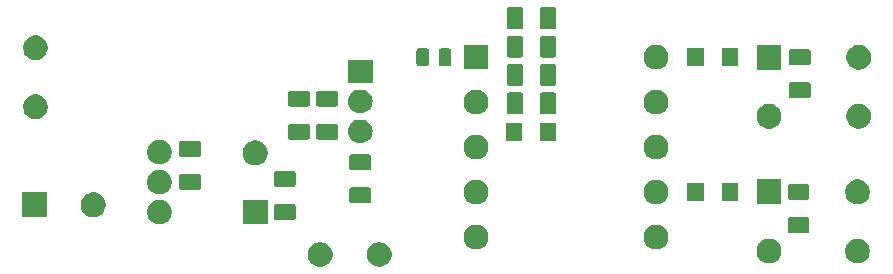
<source format=gbr>
G04 #@! TF.GenerationSoftware,KiCad,Pcbnew,5.1.5+dfsg1-2build2*
G04 #@! TF.CreationDate,2021-02-02T09:52:32+02:00*
G04 #@! TF.ProjectId,lm3488_dcdc,6c6d3334-3838-45f6-9463-64632e6b6963,rev?*
G04 #@! TF.SameCoordinates,Original*
G04 #@! TF.FileFunction,Soldermask,Bot*
G04 #@! TF.FilePolarity,Negative*
%FSLAX46Y46*%
G04 Gerber Fmt 4.6, Leading zero omitted, Abs format (unit mm)*
G04 Created by KiCad (PCBNEW 5.1.5+dfsg1-2build2) date 2021-02-02 09:52:32*
%MOMM*%
%LPD*%
G04 APERTURE LIST*
%ADD10C,0.100000*%
G04 APERTURE END LIST*
D10*
G36*
X49306564Y-36489389D02*
G01*
X49497833Y-36568615D01*
X49497835Y-36568616D01*
X49669973Y-36683635D01*
X49816365Y-36830027D01*
X49858734Y-36893436D01*
X49931385Y-37002167D01*
X50010611Y-37193436D01*
X50051000Y-37396484D01*
X50051000Y-37603516D01*
X50010611Y-37806564D01*
X49984346Y-37869973D01*
X49931384Y-37997835D01*
X49816365Y-38169973D01*
X49669973Y-38316365D01*
X49497835Y-38431384D01*
X49497834Y-38431385D01*
X49497833Y-38431385D01*
X49306564Y-38510611D01*
X49103516Y-38551000D01*
X48896484Y-38551000D01*
X48693436Y-38510611D01*
X48502167Y-38431385D01*
X48502166Y-38431385D01*
X48502165Y-38431384D01*
X48330027Y-38316365D01*
X48183635Y-38169973D01*
X48068616Y-37997835D01*
X48015654Y-37869973D01*
X47989389Y-37806564D01*
X47949000Y-37603516D01*
X47949000Y-37396484D01*
X47989389Y-37193436D01*
X48068615Y-37002167D01*
X48141267Y-36893436D01*
X48183635Y-36830027D01*
X48330027Y-36683635D01*
X48502165Y-36568616D01*
X48502167Y-36568615D01*
X48693436Y-36489389D01*
X48896484Y-36449000D01*
X49103516Y-36449000D01*
X49306564Y-36489389D01*
G37*
G36*
X44306564Y-36489389D02*
G01*
X44497833Y-36568615D01*
X44497835Y-36568616D01*
X44669973Y-36683635D01*
X44816365Y-36830027D01*
X44858734Y-36893436D01*
X44931385Y-37002167D01*
X45010611Y-37193436D01*
X45051000Y-37396484D01*
X45051000Y-37603516D01*
X45010611Y-37806564D01*
X44984346Y-37869973D01*
X44931384Y-37997835D01*
X44816365Y-38169973D01*
X44669973Y-38316365D01*
X44497835Y-38431384D01*
X44497834Y-38431385D01*
X44497833Y-38431385D01*
X44306564Y-38510611D01*
X44103516Y-38551000D01*
X43896484Y-38551000D01*
X43693436Y-38510611D01*
X43502167Y-38431385D01*
X43502166Y-38431385D01*
X43502165Y-38431384D01*
X43330027Y-38316365D01*
X43183635Y-38169973D01*
X43068616Y-37997835D01*
X43015654Y-37869973D01*
X42989389Y-37806564D01*
X42949000Y-37603516D01*
X42949000Y-37396484D01*
X42989389Y-37193436D01*
X43068615Y-37002167D01*
X43141267Y-36893436D01*
X43183635Y-36830027D01*
X43330027Y-36683635D01*
X43502165Y-36568616D01*
X43502167Y-36568615D01*
X43693436Y-36489389D01*
X43896484Y-36449000D01*
X44103516Y-36449000D01*
X44306564Y-36489389D01*
G37*
G36*
X82306564Y-36189389D02*
G01*
X82497833Y-36268615D01*
X82497835Y-36268616D01*
X82669973Y-36383635D01*
X82816365Y-36530027D01*
X82923238Y-36689973D01*
X82931385Y-36702167D01*
X83010611Y-36893436D01*
X83051000Y-37096484D01*
X83051000Y-37303516D01*
X83010611Y-37506564D01*
X82970453Y-37603514D01*
X82931384Y-37697835D01*
X82816365Y-37869973D01*
X82669973Y-38016365D01*
X82497835Y-38131384D01*
X82497834Y-38131385D01*
X82497833Y-38131385D01*
X82306564Y-38210611D01*
X82103516Y-38251000D01*
X81896484Y-38251000D01*
X81693436Y-38210611D01*
X81502167Y-38131385D01*
X81502166Y-38131385D01*
X81502165Y-38131384D01*
X81330027Y-38016365D01*
X81183635Y-37869973D01*
X81068616Y-37697835D01*
X81029547Y-37603514D01*
X80989389Y-37506564D01*
X80949000Y-37303516D01*
X80949000Y-37096484D01*
X80989389Y-36893436D01*
X81068615Y-36702167D01*
X81076763Y-36689973D01*
X81183635Y-36530027D01*
X81330027Y-36383635D01*
X81502165Y-36268616D01*
X81502167Y-36268615D01*
X81693436Y-36189389D01*
X81896484Y-36149000D01*
X82103516Y-36149000D01*
X82306564Y-36189389D01*
G37*
G36*
X89806564Y-36189389D02*
G01*
X89997833Y-36268615D01*
X89997835Y-36268616D01*
X90169973Y-36383635D01*
X90316365Y-36530027D01*
X90423238Y-36689973D01*
X90431385Y-36702167D01*
X90510611Y-36893436D01*
X90551000Y-37096484D01*
X90551000Y-37303516D01*
X90510611Y-37506564D01*
X90470453Y-37603514D01*
X90431384Y-37697835D01*
X90316365Y-37869973D01*
X90169973Y-38016365D01*
X89997835Y-38131384D01*
X89997834Y-38131385D01*
X89997833Y-38131385D01*
X89806564Y-38210611D01*
X89603516Y-38251000D01*
X89396484Y-38251000D01*
X89193436Y-38210611D01*
X89002167Y-38131385D01*
X89002166Y-38131385D01*
X89002165Y-38131384D01*
X88830027Y-38016365D01*
X88683635Y-37869973D01*
X88568616Y-37697835D01*
X88529547Y-37603514D01*
X88489389Y-37506564D01*
X88449000Y-37303516D01*
X88449000Y-37096484D01*
X88489389Y-36893436D01*
X88568615Y-36702167D01*
X88576763Y-36689973D01*
X88683635Y-36530027D01*
X88830027Y-36383635D01*
X89002165Y-36268616D01*
X89002167Y-36268615D01*
X89193436Y-36189389D01*
X89396484Y-36149000D01*
X89603516Y-36149000D01*
X89806564Y-36189389D01*
G37*
G36*
X72746564Y-35009389D02*
G01*
X72937833Y-35088615D01*
X72937835Y-35088616D01*
X73109973Y-35203635D01*
X73256365Y-35350027D01*
X73369005Y-35518604D01*
X73371385Y-35522167D01*
X73450611Y-35713436D01*
X73491000Y-35916484D01*
X73491000Y-36123516D01*
X73450611Y-36326564D01*
X73426971Y-36383635D01*
X73371384Y-36517835D01*
X73256365Y-36689973D01*
X73109973Y-36836365D01*
X72937835Y-36951384D01*
X72937834Y-36951385D01*
X72937833Y-36951385D01*
X72746564Y-37030611D01*
X72543516Y-37071000D01*
X72336484Y-37071000D01*
X72133436Y-37030611D01*
X71942167Y-36951385D01*
X71942166Y-36951385D01*
X71942165Y-36951384D01*
X71770027Y-36836365D01*
X71623635Y-36689973D01*
X71508616Y-36517835D01*
X71453029Y-36383635D01*
X71429389Y-36326564D01*
X71389000Y-36123516D01*
X71389000Y-35916484D01*
X71429389Y-35713436D01*
X71508615Y-35522167D01*
X71510996Y-35518604D01*
X71623635Y-35350027D01*
X71770027Y-35203635D01*
X71942165Y-35088616D01*
X71942167Y-35088615D01*
X72133436Y-35009389D01*
X72336484Y-34969000D01*
X72543516Y-34969000D01*
X72746564Y-35009389D01*
G37*
G36*
X57506564Y-35009389D02*
G01*
X57697833Y-35088615D01*
X57697835Y-35088616D01*
X57869973Y-35203635D01*
X58016365Y-35350027D01*
X58129005Y-35518604D01*
X58131385Y-35522167D01*
X58210611Y-35713436D01*
X58251000Y-35916484D01*
X58251000Y-36123516D01*
X58210611Y-36326564D01*
X58186971Y-36383635D01*
X58131384Y-36517835D01*
X58016365Y-36689973D01*
X57869973Y-36836365D01*
X57697835Y-36951384D01*
X57697834Y-36951385D01*
X57697833Y-36951385D01*
X57506564Y-37030611D01*
X57303516Y-37071000D01*
X57096484Y-37071000D01*
X56893436Y-37030611D01*
X56702167Y-36951385D01*
X56702166Y-36951385D01*
X56702165Y-36951384D01*
X56530027Y-36836365D01*
X56383635Y-36689973D01*
X56268616Y-36517835D01*
X56213029Y-36383635D01*
X56189389Y-36326564D01*
X56149000Y-36123516D01*
X56149000Y-35916484D01*
X56189389Y-35713436D01*
X56268615Y-35522167D01*
X56270996Y-35518604D01*
X56383635Y-35350027D01*
X56530027Y-35203635D01*
X56702165Y-35088616D01*
X56702167Y-35088615D01*
X56893436Y-35009389D01*
X57096484Y-34969000D01*
X57303516Y-34969000D01*
X57506564Y-35009389D01*
G37*
G36*
X85268604Y-34328347D02*
G01*
X85305144Y-34339432D01*
X85338821Y-34357433D01*
X85368341Y-34381659D01*
X85392567Y-34411179D01*
X85410568Y-34444856D01*
X85421653Y-34481396D01*
X85426000Y-34525538D01*
X85426000Y-35474462D01*
X85421653Y-35518604D01*
X85410568Y-35555144D01*
X85392567Y-35588821D01*
X85368341Y-35618341D01*
X85338821Y-35642567D01*
X85305144Y-35660568D01*
X85268604Y-35671653D01*
X85224462Y-35676000D01*
X83775538Y-35676000D01*
X83731396Y-35671653D01*
X83694856Y-35660568D01*
X83661179Y-35642567D01*
X83631659Y-35618341D01*
X83607433Y-35588821D01*
X83589432Y-35555144D01*
X83578347Y-35518604D01*
X83574000Y-35474462D01*
X83574000Y-34525538D01*
X83578347Y-34481396D01*
X83589432Y-34444856D01*
X83607433Y-34411179D01*
X83631659Y-34381659D01*
X83661179Y-34357433D01*
X83694856Y-34339432D01*
X83731396Y-34328347D01*
X83775538Y-34324000D01*
X85224462Y-34324000D01*
X85268604Y-34328347D01*
G37*
G36*
X39551000Y-34951000D02*
G01*
X37449000Y-34951000D01*
X37449000Y-32849000D01*
X39551000Y-32849000D01*
X39551000Y-34951000D01*
G37*
G36*
X30706564Y-32889389D02*
G01*
X30897833Y-32968615D01*
X30897835Y-32968616D01*
X31069973Y-33083635D01*
X31216365Y-33230027D01*
X31323872Y-33390922D01*
X31331385Y-33402167D01*
X31410611Y-33593436D01*
X31451000Y-33796484D01*
X31451000Y-34003516D01*
X31410611Y-34206564D01*
X31338084Y-34381659D01*
X31331384Y-34397835D01*
X31216365Y-34569973D01*
X31069973Y-34716365D01*
X30897835Y-34831384D01*
X30897834Y-34831385D01*
X30897833Y-34831385D01*
X30706564Y-34910611D01*
X30503516Y-34951000D01*
X30296484Y-34951000D01*
X30093436Y-34910611D01*
X29902167Y-34831385D01*
X29902166Y-34831385D01*
X29902165Y-34831384D01*
X29730027Y-34716365D01*
X29583635Y-34569973D01*
X29468616Y-34397835D01*
X29461916Y-34381659D01*
X29389389Y-34206564D01*
X29349000Y-34003516D01*
X29349000Y-33796484D01*
X29389389Y-33593436D01*
X29468615Y-33402167D01*
X29476129Y-33390922D01*
X29583635Y-33230027D01*
X29730027Y-33083635D01*
X29902165Y-32968616D01*
X29902167Y-32968615D01*
X30093436Y-32889389D01*
X30296484Y-32849000D01*
X30503516Y-32849000D01*
X30706564Y-32889389D01*
G37*
G36*
X41768604Y-33228347D02*
G01*
X41805144Y-33239432D01*
X41838821Y-33257433D01*
X41868341Y-33281659D01*
X41892567Y-33311179D01*
X41910568Y-33344856D01*
X41921653Y-33381396D01*
X41926000Y-33425538D01*
X41926000Y-34374462D01*
X41921653Y-34418604D01*
X41910568Y-34455144D01*
X41892567Y-34488821D01*
X41868341Y-34518341D01*
X41838821Y-34542567D01*
X41805144Y-34560568D01*
X41768604Y-34571653D01*
X41724462Y-34576000D01*
X40275538Y-34576000D01*
X40231396Y-34571653D01*
X40194856Y-34560568D01*
X40161179Y-34542567D01*
X40131659Y-34518341D01*
X40107433Y-34488821D01*
X40089432Y-34455144D01*
X40078347Y-34418604D01*
X40074000Y-34374462D01*
X40074000Y-33425538D01*
X40078347Y-33381396D01*
X40089432Y-33344856D01*
X40107433Y-33311179D01*
X40131659Y-33281659D01*
X40161179Y-33257433D01*
X40194856Y-33239432D01*
X40231396Y-33228347D01*
X40275538Y-33224000D01*
X41724462Y-33224000D01*
X41768604Y-33228347D01*
G37*
G36*
X20851000Y-34351000D02*
G01*
X18749000Y-34351000D01*
X18749000Y-32249000D01*
X20851000Y-32249000D01*
X20851000Y-34351000D01*
G37*
G36*
X25106564Y-32289389D02*
G01*
X25297833Y-32368615D01*
X25297835Y-32368616D01*
X25469973Y-32483635D01*
X25616365Y-32630027D01*
X25727801Y-32796802D01*
X25731385Y-32802167D01*
X25810611Y-32993436D01*
X25851000Y-33196484D01*
X25851000Y-33403516D01*
X25810611Y-33606564D01*
X25731944Y-33796484D01*
X25731384Y-33797835D01*
X25616365Y-33969973D01*
X25469973Y-34116365D01*
X25297835Y-34231384D01*
X25297834Y-34231385D01*
X25297833Y-34231385D01*
X25106564Y-34310611D01*
X24903516Y-34351000D01*
X24696484Y-34351000D01*
X24493436Y-34310611D01*
X24302167Y-34231385D01*
X24302166Y-34231385D01*
X24302165Y-34231384D01*
X24130027Y-34116365D01*
X23983635Y-33969973D01*
X23868616Y-33797835D01*
X23868056Y-33796484D01*
X23789389Y-33606564D01*
X23749000Y-33403516D01*
X23749000Y-33196484D01*
X23789389Y-32993436D01*
X23868615Y-32802167D01*
X23872200Y-32796802D01*
X23983635Y-32630027D01*
X24130027Y-32483635D01*
X24302165Y-32368616D01*
X24302167Y-32368615D01*
X24493436Y-32289389D01*
X24696484Y-32249000D01*
X24903516Y-32249000D01*
X25106564Y-32289389D01*
G37*
G36*
X57506564Y-31199389D02*
G01*
X57673693Y-31268616D01*
X57697835Y-31278616D01*
X57869973Y-31393635D01*
X58016365Y-31540027D01*
X58124704Y-31702167D01*
X58131385Y-31712167D01*
X58210611Y-31903436D01*
X58251000Y-32106484D01*
X58251000Y-32313516D01*
X58210611Y-32516564D01*
X58135527Y-32697833D01*
X58131384Y-32707835D01*
X58016365Y-32879973D01*
X57869973Y-33026365D01*
X57697835Y-33141384D01*
X57697834Y-33141385D01*
X57697833Y-33141385D01*
X57506564Y-33220611D01*
X57303516Y-33261000D01*
X57096484Y-33261000D01*
X56893436Y-33220611D01*
X56702167Y-33141385D01*
X56702166Y-33141385D01*
X56702165Y-33141384D01*
X56530027Y-33026365D01*
X56383635Y-32879973D01*
X56268616Y-32707835D01*
X56264473Y-32697833D01*
X56189389Y-32516564D01*
X56149000Y-32313516D01*
X56149000Y-32106484D01*
X56189389Y-31903436D01*
X56268615Y-31712167D01*
X56275297Y-31702167D01*
X56383635Y-31540027D01*
X56530027Y-31393635D01*
X56702165Y-31278616D01*
X56726307Y-31268616D01*
X56893436Y-31199389D01*
X57096484Y-31159000D01*
X57303516Y-31159000D01*
X57506564Y-31199389D01*
G37*
G36*
X72746564Y-31199389D02*
G01*
X72913693Y-31268616D01*
X72937835Y-31278616D01*
X73109973Y-31393635D01*
X73256365Y-31540027D01*
X73364704Y-31702167D01*
X73371385Y-31712167D01*
X73450611Y-31903436D01*
X73491000Y-32106484D01*
X73491000Y-32313516D01*
X73450611Y-32516564D01*
X73375527Y-32697833D01*
X73371384Y-32707835D01*
X73256365Y-32879973D01*
X73109973Y-33026365D01*
X72937835Y-33141384D01*
X72937834Y-33141385D01*
X72937833Y-33141385D01*
X72746564Y-33220611D01*
X72543516Y-33261000D01*
X72336484Y-33261000D01*
X72133436Y-33220611D01*
X71942167Y-33141385D01*
X71942166Y-33141385D01*
X71942165Y-33141384D01*
X71770027Y-33026365D01*
X71623635Y-32879973D01*
X71508616Y-32707835D01*
X71504473Y-32697833D01*
X71429389Y-32516564D01*
X71389000Y-32313516D01*
X71389000Y-32106484D01*
X71429389Y-31903436D01*
X71508615Y-31712167D01*
X71515297Y-31702167D01*
X71623635Y-31540027D01*
X71770027Y-31393635D01*
X71942165Y-31278616D01*
X71966307Y-31268616D01*
X72133436Y-31199389D01*
X72336484Y-31159000D01*
X72543516Y-31159000D01*
X72746564Y-31199389D01*
G37*
G36*
X89806564Y-31189389D02*
G01*
X89997833Y-31268615D01*
X89997835Y-31268616D01*
X90169973Y-31383635D01*
X90316365Y-31530027D01*
X90427801Y-31696802D01*
X90431385Y-31702167D01*
X90510611Y-31893436D01*
X90551000Y-32096484D01*
X90551000Y-32303516D01*
X90510611Y-32506564D01*
X90431385Y-32697833D01*
X90431384Y-32697835D01*
X90316365Y-32869973D01*
X90169973Y-33016365D01*
X89997835Y-33131384D01*
X89997834Y-33131385D01*
X89997833Y-33131385D01*
X89806564Y-33210611D01*
X89603516Y-33251000D01*
X89396484Y-33251000D01*
X89193436Y-33210611D01*
X89002167Y-33131385D01*
X89002166Y-33131385D01*
X89002165Y-33131384D01*
X88830027Y-33016365D01*
X88683635Y-32869973D01*
X88568616Y-32697835D01*
X88568615Y-32697833D01*
X88489389Y-32506564D01*
X88449000Y-32303516D01*
X88449000Y-32096484D01*
X88489389Y-31893436D01*
X88568615Y-31702167D01*
X88572200Y-31696802D01*
X88683635Y-31530027D01*
X88830027Y-31383635D01*
X89002165Y-31268616D01*
X89002167Y-31268615D01*
X89193436Y-31189389D01*
X89396484Y-31149000D01*
X89603516Y-31149000D01*
X89806564Y-31189389D01*
G37*
G36*
X83051000Y-33251000D02*
G01*
X80949000Y-33251000D01*
X80949000Y-31149000D01*
X83051000Y-31149000D01*
X83051000Y-33251000D01*
G37*
G36*
X48168604Y-31828347D02*
G01*
X48205144Y-31839432D01*
X48238821Y-31857433D01*
X48268341Y-31881659D01*
X48292567Y-31911179D01*
X48310568Y-31944856D01*
X48321653Y-31981396D01*
X48326000Y-32025538D01*
X48326000Y-32974462D01*
X48321653Y-33018604D01*
X48310568Y-33055144D01*
X48292567Y-33088821D01*
X48268341Y-33118341D01*
X48238821Y-33142567D01*
X48205144Y-33160568D01*
X48168604Y-33171653D01*
X48124462Y-33176000D01*
X46675538Y-33176000D01*
X46631396Y-33171653D01*
X46594856Y-33160568D01*
X46561179Y-33142567D01*
X46531659Y-33118341D01*
X46507433Y-33088821D01*
X46489432Y-33055144D01*
X46478347Y-33018604D01*
X46474000Y-32974462D01*
X46474000Y-32025538D01*
X46478347Y-31981396D01*
X46489432Y-31944856D01*
X46507433Y-31911179D01*
X46531659Y-31881659D01*
X46561179Y-31857433D01*
X46594856Y-31839432D01*
X46631396Y-31828347D01*
X46675538Y-31824000D01*
X48124462Y-31824000D01*
X48168604Y-31828347D01*
G37*
G36*
X79401000Y-32951000D02*
G01*
X77999000Y-32951000D01*
X77999000Y-31449000D01*
X79401000Y-31449000D01*
X79401000Y-32951000D01*
G37*
G36*
X76501000Y-32951000D02*
G01*
X75099000Y-32951000D01*
X75099000Y-31449000D01*
X76501000Y-31449000D01*
X76501000Y-32951000D01*
G37*
G36*
X85268604Y-31528347D02*
G01*
X85305144Y-31539432D01*
X85338821Y-31557433D01*
X85368341Y-31581659D01*
X85392567Y-31611179D01*
X85410568Y-31644856D01*
X85421653Y-31681396D01*
X85426000Y-31725538D01*
X85426000Y-32674462D01*
X85421653Y-32718604D01*
X85410568Y-32755144D01*
X85392567Y-32788821D01*
X85368341Y-32818341D01*
X85338821Y-32842567D01*
X85305144Y-32860568D01*
X85268604Y-32871653D01*
X85224462Y-32876000D01*
X83775538Y-32876000D01*
X83731396Y-32871653D01*
X83694856Y-32860568D01*
X83661179Y-32842567D01*
X83631659Y-32818341D01*
X83607433Y-32788821D01*
X83589432Y-32755144D01*
X83578347Y-32718604D01*
X83574000Y-32674462D01*
X83574000Y-31725538D01*
X83578347Y-31681396D01*
X83589432Y-31644856D01*
X83607433Y-31611179D01*
X83631659Y-31581659D01*
X83661179Y-31557433D01*
X83694856Y-31539432D01*
X83731396Y-31528347D01*
X83775538Y-31524000D01*
X85224462Y-31524000D01*
X85268604Y-31528347D01*
G37*
G36*
X30706564Y-30349389D02*
G01*
X30886691Y-30424000D01*
X30897835Y-30428616D01*
X31069973Y-30543635D01*
X31216365Y-30690027D01*
X31286410Y-30794856D01*
X31331385Y-30862167D01*
X31410611Y-31053436D01*
X31451000Y-31256484D01*
X31451000Y-31463516D01*
X31410611Y-31666564D01*
X31343598Y-31828347D01*
X31331384Y-31857835D01*
X31216365Y-32029973D01*
X31069973Y-32176365D01*
X30897835Y-32291384D01*
X30897834Y-32291385D01*
X30897833Y-32291385D01*
X30706564Y-32370611D01*
X30503516Y-32411000D01*
X30296484Y-32411000D01*
X30093436Y-32370611D01*
X29902167Y-32291385D01*
X29902166Y-32291385D01*
X29902165Y-32291384D01*
X29730027Y-32176365D01*
X29583635Y-32029973D01*
X29468616Y-31857835D01*
X29456402Y-31828347D01*
X29389389Y-31666564D01*
X29349000Y-31463516D01*
X29349000Y-31256484D01*
X29389389Y-31053436D01*
X29468615Y-30862167D01*
X29513591Y-30794856D01*
X29583635Y-30690027D01*
X29730027Y-30543635D01*
X29902165Y-30428616D01*
X29913309Y-30424000D01*
X30093436Y-30349389D01*
X30296484Y-30309000D01*
X30503516Y-30309000D01*
X30706564Y-30349389D01*
G37*
G36*
X33768604Y-30678347D02*
G01*
X33805144Y-30689432D01*
X33838821Y-30707433D01*
X33868341Y-30731659D01*
X33892567Y-30761179D01*
X33910568Y-30794856D01*
X33921653Y-30831396D01*
X33926000Y-30875538D01*
X33926000Y-31824462D01*
X33921653Y-31868604D01*
X33910568Y-31905144D01*
X33892567Y-31938821D01*
X33868341Y-31968341D01*
X33838821Y-31992567D01*
X33805144Y-32010568D01*
X33768604Y-32021653D01*
X33724462Y-32026000D01*
X32275538Y-32026000D01*
X32231396Y-32021653D01*
X32194856Y-32010568D01*
X32161179Y-31992567D01*
X32131659Y-31968341D01*
X32107433Y-31938821D01*
X32089432Y-31905144D01*
X32078347Y-31868604D01*
X32074000Y-31824462D01*
X32074000Y-30875538D01*
X32078347Y-30831396D01*
X32089432Y-30794856D01*
X32107433Y-30761179D01*
X32131659Y-30731659D01*
X32161179Y-30707433D01*
X32194856Y-30689432D01*
X32231396Y-30678347D01*
X32275538Y-30674000D01*
X33724462Y-30674000D01*
X33768604Y-30678347D01*
G37*
G36*
X41768604Y-30428347D02*
G01*
X41805144Y-30439432D01*
X41838821Y-30457433D01*
X41868341Y-30481659D01*
X41892567Y-30511179D01*
X41910568Y-30544856D01*
X41921653Y-30581396D01*
X41926000Y-30625538D01*
X41926000Y-31574462D01*
X41921653Y-31618604D01*
X41910568Y-31655144D01*
X41892567Y-31688821D01*
X41868341Y-31718341D01*
X41838821Y-31742567D01*
X41805144Y-31760568D01*
X41768604Y-31771653D01*
X41724462Y-31776000D01*
X40275538Y-31776000D01*
X40231396Y-31771653D01*
X40194856Y-31760568D01*
X40161179Y-31742567D01*
X40131659Y-31718341D01*
X40107433Y-31688821D01*
X40089432Y-31655144D01*
X40078347Y-31618604D01*
X40074000Y-31574462D01*
X40074000Y-30625538D01*
X40078347Y-30581396D01*
X40089432Y-30544856D01*
X40107433Y-30511179D01*
X40131659Y-30481659D01*
X40161179Y-30457433D01*
X40194856Y-30439432D01*
X40231396Y-30428347D01*
X40275538Y-30424000D01*
X41724462Y-30424000D01*
X41768604Y-30428347D01*
G37*
G36*
X48168604Y-29028347D02*
G01*
X48205144Y-29039432D01*
X48238821Y-29057433D01*
X48268341Y-29081659D01*
X48292567Y-29111179D01*
X48310568Y-29144856D01*
X48321653Y-29181396D01*
X48326000Y-29225538D01*
X48326000Y-30174462D01*
X48321653Y-30218604D01*
X48310568Y-30255144D01*
X48292567Y-30288821D01*
X48268341Y-30318341D01*
X48238821Y-30342567D01*
X48205144Y-30360568D01*
X48168604Y-30371653D01*
X48124462Y-30376000D01*
X46675538Y-30376000D01*
X46631396Y-30371653D01*
X46594856Y-30360568D01*
X46561179Y-30342567D01*
X46531659Y-30318341D01*
X46507433Y-30288821D01*
X46489432Y-30255144D01*
X46478347Y-30218604D01*
X46474000Y-30174462D01*
X46474000Y-29225538D01*
X46478347Y-29181396D01*
X46489432Y-29144856D01*
X46507433Y-29111179D01*
X46531659Y-29081659D01*
X46561179Y-29057433D01*
X46594856Y-29039432D01*
X46631396Y-29028347D01*
X46675538Y-29024000D01*
X48124462Y-29024000D01*
X48168604Y-29028347D01*
G37*
G36*
X38806564Y-27889389D02*
G01*
X38997833Y-27968615D01*
X38997835Y-27968616D01*
X39169973Y-28083635D01*
X39316365Y-28230027D01*
X39377930Y-28322165D01*
X39431385Y-28402167D01*
X39510611Y-28593436D01*
X39551000Y-28796484D01*
X39551000Y-29003516D01*
X39510611Y-29206564D01*
X39431385Y-29397833D01*
X39431384Y-29397835D01*
X39316365Y-29569973D01*
X39169973Y-29716365D01*
X38997835Y-29831384D01*
X38997834Y-29831385D01*
X38997833Y-29831385D01*
X38806564Y-29910611D01*
X38603516Y-29951000D01*
X38396484Y-29951000D01*
X38193436Y-29910611D01*
X38002167Y-29831385D01*
X38002166Y-29831385D01*
X38002165Y-29831384D01*
X37830027Y-29716365D01*
X37683635Y-29569973D01*
X37568616Y-29397835D01*
X37568615Y-29397833D01*
X37489389Y-29206564D01*
X37449000Y-29003516D01*
X37449000Y-28796484D01*
X37489389Y-28593436D01*
X37568615Y-28402167D01*
X37622071Y-28322165D01*
X37683635Y-28230027D01*
X37830027Y-28083635D01*
X38002165Y-27968616D01*
X38002167Y-27968615D01*
X38193436Y-27889389D01*
X38396484Y-27849000D01*
X38603516Y-27849000D01*
X38806564Y-27889389D01*
G37*
G36*
X30706564Y-27809389D02*
G01*
X30875093Y-27879196D01*
X30897835Y-27888616D01*
X30942435Y-27918417D01*
X31069973Y-28003635D01*
X31216365Y-28150027D01*
X31331385Y-28322167D01*
X31410611Y-28513436D01*
X31451000Y-28716484D01*
X31451000Y-28923516D01*
X31410611Y-29126564D01*
X31341091Y-29294400D01*
X31331384Y-29317835D01*
X31216365Y-29489973D01*
X31069973Y-29636365D01*
X30897835Y-29751384D01*
X30897834Y-29751385D01*
X30897833Y-29751385D01*
X30706564Y-29830611D01*
X30503516Y-29871000D01*
X30296484Y-29871000D01*
X30093436Y-29830611D01*
X29902167Y-29751385D01*
X29902166Y-29751385D01*
X29902165Y-29751384D01*
X29730027Y-29636365D01*
X29583635Y-29489973D01*
X29468616Y-29317835D01*
X29458909Y-29294400D01*
X29389389Y-29126564D01*
X29349000Y-28923516D01*
X29349000Y-28716484D01*
X29389389Y-28513436D01*
X29468615Y-28322167D01*
X29583635Y-28150027D01*
X29730027Y-28003635D01*
X29857565Y-27918417D01*
X29902165Y-27888616D01*
X29924907Y-27879196D01*
X30093436Y-27809389D01*
X30296484Y-27769000D01*
X30503516Y-27769000D01*
X30706564Y-27809389D01*
G37*
G36*
X57506564Y-27389389D02*
G01*
X57691237Y-27465883D01*
X57697835Y-27468616D01*
X57869973Y-27583635D01*
X58016365Y-27730027D01*
X58116037Y-27879196D01*
X58131385Y-27902167D01*
X58210611Y-28093436D01*
X58251000Y-28296484D01*
X58251000Y-28503516D01*
X58210611Y-28706564D01*
X58206501Y-28716486D01*
X58131384Y-28897835D01*
X58016365Y-29069973D01*
X57869973Y-29216365D01*
X57697835Y-29331384D01*
X57697834Y-29331385D01*
X57697833Y-29331385D01*
X57506564Y-29410611D01*
X57303516Y-29451000D01*
X57096484Y-29451000D01*
X56893436Y-29410611D01*
X56702167Y-29331385D01*
X56702166Y-29331385D01*
X56702165Y-29331384D01*
X56530027Y-29216365D01*
X56383635Y-29069973D01*
X56268616Y-28897835D01*
X56193499Y-28716486D01*
X56189389Y-28706564D01*
X56149000Y-28503516D01*
X56149000Y-28296484D01*
X56189389Y-28093436D01*
X56268615Y-27902167D01*
X56283964Y-27879196D01*
X56383635Y-27730027D01*
X56530027Y-27583635D01*
X56702165Y-27468616D01*
X56708763Y-27465883D01*
X56893436Y-27389389D01*
X57096484Y-27349000D01*
X57303516Y-27349000D01*
X57506564Y-27389389D01*
G37*
G36*
X72746564Y-27389389D02*
G01*
X72931237Y-27465883D01*
X72937835Y-27468616D01*
X73109973Y-27583635D01*
X73256365Y-27730027D01*
X73356037Y-27879196D01*
X73371385Y-27902167D01*
X73450611Y-28093436D01*
X73491000Y-28296484D01*
X73491000Y-28503516D01*
X73450611Y-28706564D01*
X73446501Y-28716486D01*
X73371384Y-28897835D01*
X73256365Y-29069973D01*
X73109973Y-29216365D01*
X72937835Y-29331384D01*
X72937834Y-29331385D01*
X72937833Y-29331385D01*
X72746564Y-29410611D01*
X72543516Y-29451000D01*
X72336484Y-29451000D01*
X72133436Y-29410611D01*
X71942167Y-29331385D01*
X71942166Y-29331385D01*
X71942165Y-29331384D01*
X71770027Y-29216365D01*
X71623635Y-29069973D01*
X71508616Y-28897835D01*
X71433499Y-28716486D01*
X71429389Y-28706564D01*
X71389000Y-28503516D01*
X71389000Y-28296484D01*
X71429389Y-28093436D01*
X71508615Y-27902167D01*
X71523964Y-27879196D01*
X71623635Y-27730027D01*
X71770027Y-27583635D01*
X71942165Y-27468616D01*
X71948763Y-27465883D01*
X72133436Y-27389389D01*
X72336484Y-27349000D01*
X72543516Y-27349000D01*
X72746564Y-27389389D01*
G37*
G36*
X33768604Y-27878347D02*
G01*
X33805144Y-27889432D01*
X33838821Y-27907433D01*
X33868341Y-27931659D01*
X33892567Y-27961179D01*
X33910568Y-27994856D01*
X33921653Y-28031396D01*
X33926000Y-28075538D01*
X33926000Y-29024462D01*
X33921653Y-29068604D01*
X33910568Y-29105144D01*
X33892567Y-29138821D01*
X33868341Y-29168341D01*
X33838821Y-29192567D01*
X33805144Y-29210568D01*
X33768604Y-29221653D01*
X33724462Y-29226000D01*
X32275538Y-29226000D01*
X32231396Y-29221653D01*
X32194856Y-29210568D01*
X32161179Y-29192567D01*
X32131659Y-29168341D01*
X32107433Y-29138821D01*
X32089432Y-29105144D01*
X32078347Y-29068604D01*
X32074000Y-29024462D01*
X32074000Y-28075538D01*
X32078347Y-28031396D01*
X32089432Y-27994856D01*
X32107433Y-27961179D01*
X32131659Y-27931659D01*
X32161179Y-27907433D01*
X32194856Y-27889432D01*
X32231396Y-27878347D01*
X32275538Y-27874000D01*
X33724462Y-27874000D01*
X33768604Y-27878347D01*
G37*
G36*
X47545936Y-26081340D02*
G01*
X47644220Y-26091020D01*
X47833381Y-26148401D01*
X48007712Y-26241583D01*
X48160515Y-26366985D01*
X48285917Y-26519788D01*
X48379099Y-26694119D01*
X48436480Y-26883280D01*
X48455855Y-27080000D01*
X48436480Y-27276720D01*
X48379099Y-27465881D01*
X48285917Y-27640212D01*
X48160515Y-27793015D01*
X48007712Y-27918417D01*
X47833381Y-28011599D01*
X47644220Y-28068980D01*
X47545936Y-28078660D01*
X47496795Y-28083500D01*
X47303205Y-28083500D01*
X47254064Y-28078660D01*
X47155780Y-28068980D01*
X46966619Y-28011599D01*
X46792288Y-27918417D01*
X46639485Y-27793015D01*
X46514083Y-27640212D01*
X46420901Y-27465881D01*
X46363520Y-27276720D01*
X46344145Y-27080000D01*
X46363520Y-26883280D01*
X46420901Y-26694119D01*
X46514083Y-26519788D01*
X46639485Y-26366985D01*
X46792288Y-26241583D01*
X46966619Y-26148401D01*
X47155780Y-26091020D01*
X47254064Y-26081340D01*
X47303205Y-26076500D01*
X47496795Y-26076500D01*
X47545936Y-26081340D01*
G37*
G36*
X61101000Y-27851000D02*
G01*
X59699000Y-27851000D01*
X59699000Y-26349000D01*
X61101000Y-26349000D01*
X61101000Y-27851000D01*
G37*
G36*
X64001000Y-27851000D02*
G01*
X62599000Y-27851000D01*
X62599000Y-26349000D01*
X64001000Y-26349000D01*
X64001000Y-27851000D01*
G37*
G36*
X45368604Y-26428347D02*
G01*
X45405144Y-26439432D01*
X45438821Y-26457433D01*
X45468341Y-26481659D01*
X45492567Y-26511179D01*
X45510568Y-26544856D01*
X45521653Y-26581396D01*
X45526000Y-26625538D01*
X45526000Y-27574462D01*
X45521653Y-27618604D01*
X45510568Y-27655144D01*
X45492567Y-27688821D01*
X45468341Y-27718341D01*
X45438821Y-27742567D01*
X45405144Y-27760568D01*
X45368604Y-27771653D01*
X45324462Y-27776000D01*
X43875538Y-27776000D01*
X43831396Y-27771653D01*
X43794856Y-27760568D01*
X43761179Y-27742567D01*
X43731659Y-27718341D01*
X43707433Y-27688821D01*
X43689432Y-27655144D01*
X43678347Y-27618604D01*
X43674000Y-27574462D01*
X43674000Y-26625538D01*
X43678347Y-26581396D01*
X43689432Y-26544856D01*
X43707433Y-26511179D01*
X43731659Y-26481659D01*
X43761179Y-26457433D01*
X43794856Y-26439432D01*
X43831396Y-26428347D01*
X43875538Y-26424000D01*
X45324462Y-26424000D01*
X45368604Y-26428347D01*
G37*
G36*
X42968604Y-26428347D02*
G01*
X43005144Y-26439432D01*
X43038821Y-26457433D01*
X43068341Y-26481659D01*
X43092567Y-26511179D01*
X43110568Y-26544856D01*
X43121653Y-26581396D01*
X43126000Y-26625538D01*
X43126000Y-27574462D01*
X43121653Y-27618604D01*
X43110568Y-27655144D01*
X43092567Y-27688821D01*
X43068341Y-27718341D01*
X43038821Y-27742567D01*
X43005144Y-27760568D01*
X42968604Y-27771653D01*
X42924462Y-27776000D01*
X41475538Y-27776000D01*
X41431396Y-27771653D01*
X41394856Y-27760568D01*
X41361179Y-27742567D01*
X41331659Y-27718341D01*
X41307433Y-27688821D01*
X41289432Y-27655144D01*
X41278347Y-27618604D01*
X41274000Y-27574462D01*
X41274000Y-26625538D01*
X41278347Y-26581396D01*
X41289432Y-26544856D01*
X41307433Y-26511179D01*
X41331659Y-26481659D01*
X41361179Y-26457433D01*
X41394856Y-26439432D01*
X41431396Y-26428347D01*
X41475538Y-26424000D01*
X42924462Y-26424000D01*
X42968604Y-26428347D01*
G37*
G36*
X89906564Y-24789389D02*
G01*
X90097833Y-24868615D01*
X90097835Y-24868616D01*
X90208510Y-24942567D01*
X90269973Y-24983635D01*
X90416365Y-25130027D01*
X90531385Y-25302167D01*
X90610611Y-25493436D01*
X90651000Y-25696484D01*
X90651000Y-25903516D01*
X90610611Y-26106564D01*
X90593281Y-26148402D01*
X90531384Y-26297835D01*
X90416365Y-26469973D01*
X90269973Y-26616365D01*
X90097835Y-26731384D01*
X90097834Y-26731385D01*
X90097833Y-26731385D01*
X89906564Y-26810611D01*
X89703516Y-26851000D01*
X89496484Y-26851000D01*
X89293436Y-26810611D01*
X89102167Y-26731385D01*
X89102166Y-26731385D01*
X89102165Y-26731384D01*
X88930027Y-26616365D01*
X88783635Y-26469973D01*
X88668616Y-26297835D01*
X88606719Y-26148402D01*
X88589389Y-26106564D01*
X88549000Y-25903516D01*
X88549000Y-25696484D01*
X88589389Y-25493436D01*
X88668615Y-25302167D01*
X88783635Y-25130027D01*
X88930027Y-24983635D01*
X88991490Y-24942567D01*
X89102165Y-24868616D01*
X89102167Y-24868615D01*
X89293436Y-24789389D01*
X89496484Y-24749000D01*
X89703516Y-24749000D01*
X89906564Y-24789389D01*
G37*
G36*
X82306564Y-24789389D02*
G01*
X82497833Y-24868615D01*
X82497835Y-24868616D01*
X82608510Y-24942567D01*
X82669973Y-24983635D01*
X82816365Y-25130027D01*
X82931385Y-25302167D01*
X83010611Y-25493436D01*
X83051000Y-25696484D01*
X83051000Y-25903516D01*
X83010611Y-26106564D01*
X82993281Y-26148402D01*
X82931384Y-26297835D01*
X82816365Y-26469973D01*
X82669973Y-26616365D01*
X82497835Y-26731384D01*
X82497834Y-26731385D01*
X82497833Y-26731385D01*
X82306564Y-26810611D01*
X82103516Y-26851000D01*
X81896484Y-26851000D01*
X81693436Y-26810611D01*
X81502167Y-26731385D01*
X81502166Y-26731385D01*
X81502165Y-26731384D01*
X81330027Y-26616365D01*
X81183635Y-26469973D01*
X81068616Y-26297835D01*
X81006719Y-26148402D01*
X80989389Y-26106564D01*
X80949000Y-25903516D01*
X80949000Y-25696484D01*
X80989389Y-25493436D01*
X81068615Y-25302167D01*
X81183635Y-25130027D01*
X81330027Y-24983635D01*
X81391490Y-24942567D01*
X81502165Y-24868616D01*
X81502167Y-24868615D01*
X81693436Y-24789389D01*
X81896484Y-24749000D01*
X82103516Y-24749000D01*
X82306564Y-24789389D01*
G37*
G36*
X20206564Y-23989389D02*
G01*
X20397833Y-24068615D01*
X20397835Y-24068616D01*
X20569973Y-24183635D01*
X20716365Y-24330027D01*
X20820908Y-24486486D01*
X20831385Y-24502167D01*
X20910611Y-24693436D01*
X20951000Y-24896484D01*
X20951000Y-25103516D01*
X20910611Y-25306564D01*
X20869272Y-25406365D01*
X20831384Y-25497835D01*
X20716365Y-25669973D01*
X20569973Y-25816365D01*
X20397835Y-25931384D01*
X20397834Y-25931385D01*
X20397833Y-25931385D01*
X20206564Y-26010611D01*
X20003516Y-26051000D01*
X19796484Y-26051000D01*
X19593436Y-26010611D01*
X19402167Y-25931385D01*
X19402166Y-25931385D01*
X19402165Y-25931384D01*
X19230027Y-25816365D01*
X19083635Y-25669973D01*
X18968616Y-25497835D01*
X18930728Y-25406365D01*
X18889389Y-25306564D01*
X18849000Y-25103516D01*
X18849000Y-24896484D01*
X18889389Y-24693436D01*
X18968615Y-24502167D01*
X18979093Y-24486486D01*
X19083635Y-24330027D01*
X19230027Y-24183635D01*
X19402165Y-24068616D01*
X19402167Y-24068615D01*
X19593436Y-23989389D01*
X19796484Y-23949000D01*
X20003516Y-23949000D01*
X20206564Y-23989389D01*
G37*
G36*
X72746564Y-23579389D02*
G01*
X72934979Y-23657433D01*
X72937835Y-23658616D01*
X73066902Y-23744856D01*
X73109973Y-23773635D01*
X73256365Y-23920027D01*
X73371385Y-24092167D01*
X73450611Y-24283436D01*
X73491000Y-24486484D01*
X73491000Y-24693516D01*
X73450611Y-24896564D01*
X73414545Y-24983635D01*
X73371384Y-25087835D01*
X73256365Y-25259973D01*
X73109973Y-25406365D01*
X72937835Y-25521384D01*
X72937834Y-25521385D01*
X72937833Y-25521385D01*
X72746564Y-25600611D01*
X72543516Y-25641000D01*
X72336484Y-25641000D01*
X72133436Y-25600611D01*
X71942167Y-25521385D01*
X71942166Y-25521385D01*
X71942165Y-25521384D01*
X71770027Y-25406365D01*
X71623635Y-25259973D01*
X71508616Y-25087835D01*
X71465455Y-24983635D01*
X71429389Y-24896564D01*
X71389000Y-24693516D01*
X71389000Y-24486484D01*
X71429389Y-24283436D01*
X71508615Y-24092167D01*
X71623635Y-23920027D01*
X71770027Y-23773635D01*
X71813098Y-23744856D01*
X71942165Y-23658616D01*
X71945021Y-23657433D01*
X72133436Y-23579389D01*
X72336484Y-23539000D01*
X72543516Y-23539000D01*
X72746564Y-23579389D01*
G37*
G36*
X57506564Y-23579389D02*
G01*
X57694979Y-23657433D01*
X57697835Y-23658616D01*
X57826902Y-23744856D01*
X57869973Y-23773635D01*
X58016365Y-23920027D01*
X58131385Y-24092167D01*
X58210611Y-24283436D01*
X58251000Y-24486484D01*
X58251000Y-24693516D01*
X58210611Y-24896564D01*
X58174545Y-24983635D01*
X58131384Y-25087835D01*
X58016365Y-25259973D01*
X57869973Y-25406365D01*
X57697835Y-25521384D01*
X57697834Y-25521385D01*
X57697833Y-25521385D01*
X57506564Y-25600611D01*
X57303516Y-25641000D01*
X57096484Y-25641000D01*
X56893436Y-25600611D01*
X56702167Y-25521385D01*
X56702166Y-25521385D01*
X56702165Y-25521384D01*
X56530027Y-25406365D01*
X56383635Y-25259973D01*
X56268616Y-25087835D01*
X56225455Y-24983635D01*
X56189389Y-24896564D01*
X56149000Y-24693516D01*
X56149000Y-24486484D01*
X56189389Y-24283436D01*
X56268615Y-24092167D01*
X56383635Y-23920027D01*
X56530027Y-23773635D01*
X56573098Y-23744856D01*
X56702165Y-23658616D01*
X56705021Y-23657433D01*
X56893436Y-23579389D01*
X57096484Y-23539000D01*
X57303516Y-23539000D01*
X57506564Y-23579389D01*
G37*
G36*
X63818604Y-23778347D02*
G01*
X63855144Y-23789432D01*
X63888821Y-23807433D01*
X63918341Y-23831659D01*
X63942567Y-23861179D01*
X63960568Y-23894856D01*
X63971653Y-23931396D01*
X63976000Y-23975538D01*
X63976000Y-25424462D01*
X63971653Y-25468604D01*
X63960568Y-25505144D01*
X63942567Y-25538821D01*
X63918341Y-25568341D01*
X63888821Y-25592567D01*
X63855144Y-25610568D01*
X63818604Y-25621653D01*
X63774462Y-25626000D01*
X62825538Y-25626000D01*
X62781396Y-25621653D01*
X62744856Y-25610568D01*
X62711179Y-25592567D01*
X62681659Y-25568341D01*
X62657433Y-25538821D01*
X62639432Y-25505144D01*
X62628347Y-25468604D01*
X62624000Y-25424462D01*
X62624000Y-23975538D01*
X62628347Y-23931396D01*
X62639432Y-23894856D01*
X62657433Y-23861179D01*
X62681659Y-23831659D01*
X62711179Y-23807433D01*
X62744856Y-23789432D01*
X62781396Y-23778347D01*
X62825538Y-23774000D01*
X63774462Y-23774000D01*
X63818604Y-23778347D01*
G37*
G36*
X61018604Y-23778347D02*
G01*
X61055144Y-23789432D01*
X61088821Y-23807433D01*
X61118341Y-23831659D01*
X61142567Y-23861179D01*
X61160568Y-23894856D01*
X61171653Y-23931396D01*
X61176000Y-23975538D01*
X61176000Y-25424462D01*
X61171653Y-25468604D01*
X61160568Y-25505144D01*
X61142567Y-25538821D01*
X61118341Y-25568341D01*
X61088821Y-25592567D01*
X61055144Y-25610568D01*
X61018604Y-25621653D01*
X60974462Y-25626000D01*
X60025538Y-25626000D01*
X59981396Y-25621653D01*
X59944856Y-25610568D01*
X59911179Y-25592567D01*
X59881659Y-25568341D01*
X59857433Y-25538821D01*
X59839432Y-25505144D01*
X59828347Y-25468604D01*
X59824000Y-25424462D01*
X59824000Y-23975538D01*
X59828347Y-23931396D01*
X59839432Y-23894856D01*
X59857433Y-23861179D01*
X59881659Y-23831659D01*
X59911179Y-23807433D01*
X59944856Y-23789432D01*
X59981396Y-23778347D01*
X60025538Y-23774000D01*
X60974462Y-23774000D01*
X61018604Y-23778347D01*
G37*
G36*
X47545936Y-23541340D02*
G01*
X47644220Y-23551020D01*
X47833381Y-23608401D01*
X48007712Y-23701583D01*
X48160515Y-23826985D01*
X48285917Y-23979788D01*
X48379099Y-24154119D01*
X48436480Y-24343280D01*
X48455855Y-24540000D01*
X48436480Y-24736720D01*
X48379099Y-24925881D01*
X48285917Y-25100212D01*
X48160515Y-25253015D01*
X48007712Y-25378417D01*
X47833381Y-25471599D01*
X47644220Y-25528980D01*
X47545936Y-25538660D01*
X47496795Y-25543500D01*
X47303205Y-25543500D01*
X47254064Y-25538660D01*
X47155780Y-25528980D01*
X46966619Y-25471599D01*
X46792288Y-25378417D01*
X46639485Y-25253015D01*
X46514083Y-25100212D01*
X46420901Y-24925881D01*
X46363520Y-24736720D01*
X46344145Y-24540000D01*
X46363520Y-24343280D01*
X46420901Y-24154119D01*
X46514083Y-23979788D01*
X46639485Y-23826985D01*
X46792288Y-23701583D01*
X46966619Y-23608401D01*
X47155780Y-23551020D01*
X47254064Y-23541340D01*
X47303205Y-23536500D01*
X47496795Y-23536500D01*
X47545936Y-23541340D01*
G37*
G36*
X45368604Y-23628347D02*
G01*
X45405144Y-23639432D01*
X45438821Y-23657433D01*
X45468341Y-23681659D01*
X45492567Y-23711179D01*
X45510568Y-23744856D01*
X45521653Y-23781396D01*
X45526000Y-23825538D01*
X45526000Y-24774462D01*
X45521653Y-24818604D01*
X45510568Y-24855144D01*
X45492567Y-24888821D01*
X45468341Y-24918341D01*
X45438821Y-24942567D01*
X45405144Y-24960568D01*
X45368604Y-24971653D01*
X45324462Y-24976000D01*
X43875538Y-24976000D01*
X43831396Y-24971653D01*
X43794856Y-24960568D01*
X43761179Y-24942567D01*
X43731659Y-24918341D01*
X43707433Y-24888821D01*
X43689432Y-24855144D01*
X43678347Y-24818604D01*
X43674000Y-24774462D01*
X43674000Y-23825538D01*
X43678347Y-23781396D01*
X43689432Y-23744856D01*
X43707433Y-23711179D01*
X43731659Y-23681659D01*
X43761179Y-23657433D01*
X43794856Y-23639432D01*
X43831396Y-23628347D01*
X43875538Y-23624000D01*
X45324462Y-23624000D01*
X45368604Y-23628347D01*
G37*
G36*
X42968604Y-23628347D02*
G01*
X43005144Y-23639432D01*
X43038821Y-23657433D01*
X43068341Y-23681659D01*
X43092567Y-23711179D01*
X43110568Y-23744856D01*
X43121653Y-23781396D01*
X43126000Y-23825538D01*
X43126000Y-24774462D01*
X43121653Y-24818604D01*
X43110568Y-24855144D01*
X43092567Y-24888821D01*
X43068341Y-24918341D01*
X43038821Y-24942567D01*
X43005144Y-24960568D01*
X42968604Y-24971653D01*
X42924462Y-24976000D01*
X41475538Y-24976000D01*
X41431396Y-24971653D01*
X41394856Y-24960568D01*
X41361179Y-24942567D01*
X41331659Y-24918341D01*
X41307433Y-24888821D01*
X41289432Y-24855144D01*
X41278347Y-24818604D01*
X41274000Y-24774462D01*
X41274000Y-23825538D01*
X41278347Y-23781396D01*
X41289432Y-23744856D01*
X41307433Y-23711179D01*
X41331659Y-23681659D01*
X41361179Y-23657433D01*
X41394856Y-23639432D01*
X41431396Y-23628347D01*
X41475538Y-23624000D01*
X42924462Y-23624000D01*
X42968604Y-23628347D01*
G37*
G36*
X85368604Y-22928347D02*
G01*
X85405144Y-22939432D01*
X85438821Y-22957433D01*
X85468341Y-22981659D01*
X85492567Y-23011179D01*
X85510568Y-23044856D01*
X85521653Y-23081396D01*
X85526000Y-23125538D01*
X85526000Y-24074462D01*
X85521653Y-24118604D01*
X85510568Y-24155144D01*
X85492567Y-24188821D01*
X85468341Y-24218341D01*
X85438821Y-24242567D01*
X85405144Y-24260568D01*
X85368604Y-24271653D01*
X85324462Y-24276000D01*
X83875538Y-24276000D01*
X83831396Y-24271653D01*
X83794856Y-24260568D01*
X83761179Y-24242567D01*
X83731659Y-24218341D01*
X83707433Y-24188821D01*
X83689432Y-24155144D01*
X83678347Y-24118604D01*
X83674000Y-24074462D01*
X83674000Y-23125538D01*
X83678347Y-23081396D01*
X83689432Y-23044856D01*
X83707433Y-23011179D01*
X83731659Y-22981659D01*
X83761179Y-22957433D01*
X83794856Y-22939432D01*
X83831396Y-22928347D01*
X83875538Y-22924000D01*
X85324462Y-22924000D01*
X85368604Y-22928347D01*
G37*
G36*
X61018604Y-21378347D02*
G01*
X61055144Y-21389432D01*
X61088821Y-21407433D01*
X61118341Y-21431659D01*
X61142567Y-21461179D01*
X61160568Y-21494856D01*
X61171653Y-21531396D01*
X61176000Y-21575538D01*
X61176000Y-23024462D01*
X61171653Y-23068604D01*
X61160568Y-23105144D01*
X61142567Y-23138821D01*
X61118341Y-23168341D01*
X61088821Y-23192567D01*
X61055144Y-23210568D01*
X61018604Y-23221653D01*
X60974462Y-23226000D01*
X60025538Y-23226000D01*
X59981396Y-23221653D01*
X59944856Y-23210568D01*
X59911179Y-23192567D01*
X59881659Y-23168341D01*
X59857433Y-23138821D01*
X59839432Y-23105144D01*
X59828347Y-23068604D01*
X59824000Y-23024462D01*
X59824000Y-21575538D01*
X59828347Y-21531396D01*
X59839432Y-21494856D01*
X59857433Y-21461179D01*
X59881659Y-21431659D01*
X59911179Y-21407433D01*
X59944856Y-21389432D01*
X59981396Y-21378347D01*
X60025538Y-21374000D01*
X60974462Y-21374000D01*
X61018604Y-21378347D01*
G37*
G36*
X63818604Y-21378347D02*
G01*
X63855144Y-21389432D01*
X63888821Y-21407433D01*
X63918341Y-21431659D01*
X63942567Y-21461179D01*
X63960568Y-21494856D01*
X63971653Y-21531396D01*
X63976000Y-21575538D01*
X63976000Y-23024462D01*
X63971653Y-23068604D01*
X63960568Y-23105144D01*
X63942567Y-23138821D01*
X63918341Y-23168341D01*
X63888821Y-23192567D01*
X63855144Y-23210568D01*
X63818604Y-23221653D01*
X63774462Y-23226000D01*
X62825538Y-23226000D01*
X62781396Y-23221653D01*
X62744856Y-23210568D01*
X62711179Y-23192567D01*
X62681659Y-23168341D01*
X62657433Y-23138821D01*
X62639432Y-23105144D01*
X62628347Y-23068604D01*
X62624000Y-23024462D01*
X62624000Y-21575538D01*
X62628347Y-21531396D01*
X62639432Y-21494856D01*
X62657433Y-21461179D01*
X62681659Y-21431659D01*
X62711179Y-21407433D01*
X62744856Y-21389432D01*
X62781396Y-21378347D01*
X62825538Y-21374000D01*
X63774462Y-21374000D01*
X63818604Y-21378347D01*
G37*
G36*
X48451000Y-23003500D02*
G01*
X46349000Y-23003500D01*
X46349000Y-20996500D01*
X48451000Y-20996500D01*
X48451000Y-23003500D01*
G37*
G36*
X89906564Y-19789389D02*
G01*
X90097833Y-19868615D01*
X90097835Y-19868616D01*
X90269973Y-19983635D01*
X90416365Y-20130027D01*
X90523872Y-20290922D01*
X90531385Y-20302167D01*
X90610611Y-20493436D01*
X90651000Y-20696484D01*
X90651000Y-20903516D01*
X90610611Y-21106564D01*
X90539669Y-21277833D01*
X90531384Y-21297835D01*
X90416365Y-21469973D01*
X90269973Y-21616365D01*
X90097835Y-21731384D01*
X90097834Y-21731385D01*
X90097833Y-21731385D01*
X89906564Y-21810611D01*
X89703516Y-21851000D01*
X89496484Y-21851000D01*
X89293436Y-21810611D01*
X89102167Y-21731385D01*
X89102166Y-21731385D01*
X89102165Y-21731384D01*
X88930027Y-21616365D01*
X88783635Y-21469973D01*
X88668616Y-21297835D01*
X88660331Y-21277833D01*
X88589389Y-21106564D01*
X88549000Y-20903516D01*
X88549000Y-20696484D01*
X88589389Y-20493436D01*
X88668615Y-20302167D01*
X88676129Y-20290922D01*
X88783635Y-20130027D01*
X88930027Y-19983635D01*
X89102165Y-19868616D01*
X89102167Y-19868615D01*
X89293436Y-19789389D01*
X89496484Y-19749000D01*
X89703516Y-19749000D01*
X89906564Y-19789389D01*
G37*
G36*
X83051000Y-21851000D02*
G01*
X80949000Y-21851000D01*
X80949000Y-19749000D01*
X83051000Y-19749000D01*
X83051000Y-21851000D01*
G37*
G36*
X72746564Y-19769389D02*
G01*
X72937833Y-19848615D01*
X72937835Y-19848616D01*
X73109973Y-19963635D01*
X73256365Y-20110027D01*
X73323953Y-20211179D01*
X73371385Y-20282167D01*
X73450611Y-20473436D01*
X73491000Y-20676484D01*
X73491000Y-20883516D01*
X73450611Y-21086564D01*
X73379454Y-21258352D01*
X73371384Y-21277835D01*
X73256365Y-21449973D01*
X73109973Y-21596365D01*
X72937835Y-21711384D01*
X72937834Y-21711385D01*
X72937833Y-21711385D01*
X72746564Y-21790611D01*
X72543516Y-21831000D01*
X72336484Y-21831000D01*
X72133436Y-21790611D01*
X71942167Y-21711385D01*
X71942166Y-21711385D01*
X71942165Y-21711384D01*
X71770027Y-21596365D01*
X71623635Y-21449973D01*
X71508616Y-21277835D01*
X71500546Y-21258352D01*
X71429389Y-21086564D01*
X71389000Y-20883516D01*
X71389000Y-20676484D01*
X71429389Y-20473436D01*
X71508615Y-20282167D01*
X71556048Y-20211179D01*
X71623635Y-20110027D01*
X71770027Y-19963635D01*
X71942165Y-19848616D01*
X71942167Y-19848615D01*
X72133436Y-19769389D01*
X72336484Y-19729000D01*
X72543516Y-19729000D01*
X72746564Y-19769389D01*
G37*
G36*
X58251000Y-21831000D02*
G01*
X56149000Y-21831000D01*
X56149000Y-19729000D01*
X58251000Y-19729000D01*
X58251000Y-21831000D01*
G37*
G36*
X54946968Y-20053565D02*
G01*
X54985638Y-20065296D01*
X55021277Y-20084346D01*
X55052517Y-20109983D01*
X55078154Y-20141223D01*
X55097204Y-20176862D01*
X55108935Y-20215532D01*
X55113500Y-20261888D01*
X55113500Y-21338112D01*
X55108935Y-21384468D01*
X55097204Y-21423138D01*
X55078154Y-21458777D01*
X55052517Y-21490017D01*
X55021277Y-21515654D01*
X54985638Y-21534704D01*
X54946968Y-21546435D01*
X54900612Y-21551000D01*
X54249388Y-21551000D01*
X54203032Y-21546435D01*
X54164362Y-21534704D01*
X54128723Y-21515654D01*
X54097483Y-21490017D01*
X54071846Y-21458777D01*
X54052796Y-21423138D01*
X54041065Y-21384468D01*
X54036500Y-21338112D01*
X54036500Y-20261888D01*
X54041065Y-20215532D01*
X54052796Y-20176862D01*
X54071846Y-20141223D01*
X54097483Y-20109983D01*
X54128723Y-20084346D01*
X54164362Y-20065296D01*
X54203032Y-20053565D01*
X54249388Y-20049000D01*
X54900612Y-20049000D01*
X54946968Y-20053565D01*
G37*
G36*
X76501000Y-21551000D02*
G01*
X75099000Y-21551000D01*
X75099000Y-20049000D01*
X76501000Y-20049000D01*
X76501000Y-21551000D01*
G37*
G36*
X79401000Y-21551000D02*
G01*
X77999000Y-21551000D01*
X77999000Y-20049000D01*
X79401000Y-20049000D01*
X79401000Y-21551000D01*
G37*
G36*
X53071968Y-20053565D02*
G01*
X53110638Y-20065296D01*
X53146277Y-20084346D01*
X53177517Y-20109983D01*
X53203154Y-20141223D01*
X53222204Y-20176862D01*
X53233935Y-20215532D01*
X53238500Y-20261888D01*
X53238500Y-21338112D01*
X53233935Y-21384468D01*
X53222204Y-21423138D01*
X53203154Y-21458777D01*
X53177517Y-21490017D01*
X53146277Y-21515654D01*
X53110638Y-21534704D01*
X53071968Y-21546435D01*
X53025612Y-21551000D01*
X52374388Y-21551000D01*
X52328032Y-21546435D01*
X52289362Y-21534704D01*
X52253723Y-21515654D01*
X52222483Y-21490017D01*
X52196846Y-21458777D01*
X52177796Y-21423138D01*
X52166065Y-21384468D01*
X52161500Y-21338112D01*
X52161500Y-20261888D01*
X52166065Y-20215532D01*
X52177796Y-20176862D01*
X52196846Y-20141223D01*
X52222483Y-20109983D01*
X52253723Y-20084346D01*
X52289362Y-20065296D01*
X52328032Y-20053565D01*
X52374388Y-20049000D01*
X53025612Y-20049000D01*
X53071968Y-20053565D01*
G37*
G36*
X85368604Y-20128347D02*
G01*
X85405144Y-20139432D01*
X85438821Y-20157433D01*
X85468341Y-20181659D01*
X85492567Y-20211179D01*
X85510568Y-20244856D01*
X85521653Y-20281396D01*
X85526000Y-20325538D01*
X85526000Y-21274462D01*
X85521653Y-21318604D01*
X85510568Y-21355144D01*
X85492567Y-21388821D01*
X85468341Y-21418341D01*
X85438821Y-21442567D01*
X85405144Y-21460568D01*
X85368604Y-21471653D01*
X85324462Y-21476000D01*
X83875538Y-21476000D01*
X83831396Y-21471653D01*
X83794856Y-21460568D01*
X83761179Y-21442567D01*
X83731659Y-21418341D01*
X83707433Y-21388821D01*
X83689432Y-21355144D01*
X83678347Y-21318604D01*
X83674000Y-21274462D01*
X83674000Y-20325538D01*
X83678347Y-20281396D01*
X83689432Y-20244856D01*
X83707433Y-20211179D01*
X83731659Y-20181659D01*
X83761179Y-20157433D01*
X83794856Y-20139432D01*
X83831396Y-20128347D01*
X83875538Y-20124000D01*
X85324462Y-20124000D01*
X85368604Y-20128347D01*
G37*
G36*
X20206564Y-18989389D02*
G01*
X20397833Y-19068615D01*
X20397835Y-19068616D01*
X20557855Y-19175538D01*
X20569973Y-19183635D01*
X20716365Y-19330027D01*
X20831385Y-19502167D01*
X20910611Y-19693436D01*
X20951000Y-19896484D01*
X20951000Y-20103516D01*
X20910611Y-20306564D01*
X20833207Y-20493435D01*
X20831384Y-20497835D01*
X20716365Y-20669973D01*
X20569973Y-20816365D01*
X20397835Y-20931384D01*
X20397834Y-20931385D01*
X20397833Y-20931385D01*
X20206564Y-21010611D01*
X20003516Y-21051000D01*
X19796484Y-21051000D01*
X19593436Y-21010611D01*
X19402167Y-20931385D01*
X19402166Y-20931385D01*
X19402165Y-20931384D01*
X19230027Y-20816365D01*
X19083635Y-20669973D01*
X18968616Y-20497835D01*
X18966793Y-20493435D01*
X18889389Y-20306564D01*
X18849000Y-20103516D01*
X18849000Y-19896484D01*
X18889389Y-19693436D01*
X18968615Y-19502167D01*
X19083635Y-19330027D01*
X19230027Y-19183635D01*
X19242145Y-19175538D01*
X19402165Y-19068616D01*
X19402167Y-19068615D01*
X19593436Y-18989389D01*
X19796484Y-18949000D01*
X20003516Y-18949000D01*
X20206564Y-18989389D01*
G37*
G36*
X63818604Y-18978347D02*
G01*
X63855144Y-18989432D01*
X63888821Y-19007433D01*
X63918341Y-19031659D01*
X63942567Y-19061179D01*
X63960568Y-19094856D01*
X63971653Y-19131396D01*
X63976000Y-19175538D01*
X63976000Y-20624462D01*
X63971653Y-20668604D01*
X63960568Y-20705144D01*
X63942567Y-20738821D01*
X63918341Y-20768341D01*
X63888821Y-20792567D01*
X63855144Y-20810568D01*
X63818604Y-20821653D01*
X63774462Y-20826000D01*
X62825538Y-20826000D01*
X62781396Y-20821653D01*
X62744856Y-20810568D01*
X62711179Y-20792567D01*
X62681659Y-20768341D01*
X62657433Y-20738821D01*
X62639432Y-20705144D01*
X62628347Y-20668604D01*
X62624000Y-20624462D01*
X62624000Y-19175538D01*
X62628347Y-19131396D01*
X62639432Y-19094856D01*
X62657433Y-19061179D01*
X62681659Y-19031659D01*
X62711179Y-19007433D01*
X62744856Y-18989432D01*
X62781396Y-18978347D01*
X62825538Y-18974000D01*
X63774462Y-18974000D01*
X63818604Y-18978347D01*
G37*
G36*
X61018604Y-18978347D02*
G01*
X61055144Y-18989432D01*
X61088821Y-19007433D01*
X61118341Y-19031659D01*
X61142567Y-19061179D01*
X61160568Y-19094856D01*
X61171653Y-19131396D01*
X61176000Y-19175538D01*
X61176000Y-20624462D01*
X61171653Y-20668604D01*
X61160568Y-20705144D01*
X61142567Y-20738821D01*
X61118341Y-20768341D01*
X61088821Y-20792567D01*
X61055144Y-20810568D01*
X61018604Y-20821653D01*
X60974462Y-20826000D01*
X60025538Y-20826000D01*
X59981396Y-20821653D01*
X59944856Y-20810568D01*
X59911179Y-20792567D01*
X59881659Y-20768341D01*
X59857433Y-20738821D01*
X59839432Y-20705144D01*
X59828347Y-20668604D01*
X59824000Y-20624462D01*
X59824000Y-19175538D01*
X59828347Y-19131396D01*
X59839432Y-19094856D01*
X59857433Y-19061179D01*
X59881659Y-19031659D01*
X59911179Y-19007433D01*
X59944856Y-18989432D01*
X59981396Y-18978347D01*
X60025538Y-18974000D01*
X60974462Y-18974000D01*
X61018604Y-18978347D01*
G37*
G36*
X63818604Y-16578347D02*
G01*
X63855144Y-16589432D01*
X63888821Y-16607433D01*
X63918341Y-16631659D01*
X63942567Y-16661179D01*
X63960568Y-16694856D01*
X63971653Y-16731396D01*
X63976000Y-16775538D01*
X63976000Y-18224462D01*
X63971653Y-18268604D01*
X63960568Y-18305144D01*
X63942567Y-18338821D01*
X63918341Y-18368341D01*
X63888821Y-18392567D01*
X63855144Y-18410568D01*
X63818604Y-18421653D01*
X63774462Y-18426000D01*
X62825538Y-18426000D01*
X62781396Y-18421653D01*
X62744856Y-18410568D01*
X62711179Y-18392567D01*
X62681659Y-18368341D01*
X62657433Y-18338821D01*
X62639432Y-18305144D01*
X62628347Y-18268604D01*
X62624000Y-18224462D01*
X62624000Y-16775538D01*
X62628347Y-16731396D01*
X62639432Y-16694856D01*
X62657433Y-16661179D01*
X62681659Y-16631659D01*
X62711179Y-16607433D01*
X62744856Y-16589432D01*
X62781396Y-16578347D01*
X62825538Y-16574000D01*
X63774462Y-16574000D01*
X63818604Y-16578347D01*
G37*
G36*
X61018604Y-16578347D02*
G01*
X61055144Y-16589432D01*
X61088821Y-16607433D01*
X61118341Y-16631659D01*
X61142567Y-16661179D01*
X61160568Y-16694856D01*
X61171653Y-16731396D01*
X61176000Y-16775538D01*
X61176000Y-18224462D01*
X61171653Y-18268604D01*
X61160568Y-18305144D01*
X61142567Y-18338821D01*
X61118341Y-18368341D01*
X61088821Y-18392567D01*
X61055144Y-18410568D01*
X61018604Y-18421653D01*
X60974462Y-18426000D01*
X60025538Y-18426000D01*
X59981396Y-18421653D01*
X59944856Y-18410568D01*
X59911179Y-18392567D01*
X59881659Y-18368341D01*
X59857433Y-18338821D01*
X59839432Y-18305144D01*
X59828347Y-18268604D01*
X59824000Y-18224462D01*
X59824000Y-16775538D01*
X59828347Y-16731396D01*
X59839432Y-16694856D01*
X59857433Y-16661179D01*
X59881659Y-16631659D01*
X59911179Y-16607433D01*
X59944856Y-16589432D01*
X59981396Y-16578347D01*
X60025538Y-16574000D01*
X60974462Y-16574000D01*
X61018604Y-16578347D01*
G37*
M02*

</source>
